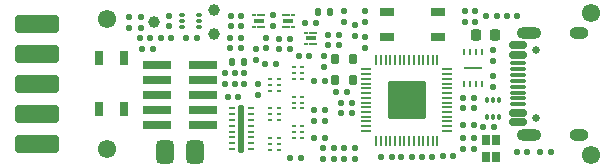
<source format=gbr>
G04 #@! TF.GenerationSoftware,KiCad,Pcbnew,7.0.7*
G04 #@! TF.CreationDate,2024-03-21T15:18:08+09:00*
G04 #@! TF.ProjectId,rs-probe,72732d70-726f-4626-952e-6b696361645f,rev?*
G04 #@! TF.SameCoordinates,Original*
G04 #@! TF.FileFunction,Soldermask,Top*
G04 #@! TF.FilePolarity,Negative*
%FSLAX46Y46*%
G04 Gerber Fmt 4.6, Leading zero omitted, Abs format (unit mm)*
G04 Created by KiCad (PCBNEW 7.0.7) date 2024-03-21 15:18:08*
%MOMM*%
%LPD*%
G01*
G04 APERTURE LIST*
G04 Aperture macros list*
%AMRoundRect*
0 Rectangle with rounded corners*
0 $1 Rounding radius*
0 $2 $3 $4 $5 $6 $7 $8 $9 X,Y pos of 4 corners*
0 Add a 4 corners polygon primitive as box body*
4,1,4,$2,$3,$4,$5,$6,$7,$8,$9,$2,$3,0*
0 Add four circle primitives for the rounded corners*
1,1,$1+$1,$2,$3*
1,1,$1+$1,$4,$5*
1,1,$1+$1,$6,$7*
1,1,$1+$1,$8,$9*
0 Add four rect primitives between the rounded corners*
20,1,$1+$1,$2,$3,$4,$5,0*
20,1,$1+$1,$4,$5,$6,$7,0*
20,1,$1+$1,$6,$7,$8,$9,0*
20,1,$1+$1,$8,$9,$2,$3,0*%
G04 Aperture macros list end*
%ADD10RoundRect,0.400000X-1.500000X-0.400000X1.500000X-0.400000X1.500000X0.400000X-1.500000X0.400000X0*%
%ADD11RoundRect,0.185000X-1.015000X-0.185000X1.015000X-0.185000X1.015000X0.185000X-1.015000X0.185000X0*%
%ADD12C,0.650000*%
%ADD13RoundRect,0.150000X0.575000X-0.150000X0.575000X0.150000X-0.575000X0.150000X-0.575000X-0.150000X0*%
%ADD14O,1.450000X0.300000*%
%ADD15O,2.100000X1.000000*%
%ADD16O,1.600000X1.000000*%
%ADD17RoundRect,0.125000X0.200000X0.000000X-0.200000X0.000000X-0.200000X0.000000X0.200000X0.000000X0*%
%ADD18RoundRect,0.125000X0.125000X1.925000X-0.125000X1.925000X-0.125000X-1.925000X0.125000X-1.925000X0*%
%ADD19RoundRect,0.137500X-0.137500X-0.137500X0.137500X-0.137500X0.137500X0.137500X-0.137500X0.137500X0*%
%ADD20RoundRect,0.137500X0.137500X-0.137500X0.137500X0.137500X-0.137500X0.137500X-0.137500X-0.137500X0*%
%ADD21RoundRect,0.050000X-0.050000X0.387500X-0.050000X-0.387500X0.050000X-0.387500X0.050000X0.387500X0*%
%ADD22RoundRect,0.050000X-0.387500X0.050000X-0.387500X-0.050000X0.387500X-0.050000X0.387500X0.050000X0*%
%ADD23RoundRect,0.144000X-1.456000X1.456000X-1.456000X-1.456000X1.456000X-1.456000X1.456000X1.456000X0*%
%ADD24RoundRect,0.137500X-0.137500X0.137500X-0.137500X-0.137500X0.137500X-0.137500X0.137500X0.137500X0*%
%ADD25R,0.360000X0.270000*%
%ADD26RoundRect,0.137500X0.137500X0.137500X-0.137500X0.137500X-0.137500X-0.137500X0.137500X-0.137500X0*%
%ADD27RoundRect,0.147500X0.147500X0.172500X-0.147500X0.172500X-0.147500X-0.172500X0.147500X-0.172500X0*%
%ADD28C,1.552000*%
%ADD29RoundRect,0.075000X-0.150000X-0.075000X0.150000X-0.075000X0.150000X0.075000X-0.150000X0.075000X0*%
%ADD30RoundRect,0.062500X0.087500X-0.062500X0.087500X0.062500X-0.087500X0.062500X-0.087500X-0.062500X0*%
%ADD31R,0.940000X0.300000*%
%ADD32R,0.650000X0.850000*%
%ADD33O,0.250000X0.600000*%
%ADD34R,1.600000X0.200000*%
%ADD35RoundRect,0.075000X0.075000X-0.150000X0.075000X0.150000X-0.075000X0.150000X-0.075000X-0.150000X0*%
%ADD36RoundRect,0.375000X-0.375000X-0.625000X0.375000X-0.625000X0.375000X0.625000X-0.375000X0.625000X0*%
%ADD37RoundRect,0.147500X-0.147500X-0.172500X0.147500X-0.172500X0.147500X0.172500X-0.147500X0.172500X0*%
%ADD38R,0.650000X1.250000*%
%ADD39RoundRect,0.218750X0.218750X0.256250X-0.218750X0.256250X-0.218750X-0.256250X0.218750X-0.256250X0*%
%ADD40RoundRect,0.175000X-0.175000X0.275000X-0.175000X-0.275000X0.175000X-0.275000X0.175000X0.275000X0*%
%ADD41R,1.250000X0.650000*%
%ADD42C,0.990600*%
G04 APERTURE END LIST*
D10*
X132100000Y-87920000D03*
X132100000Y-90460000D03*
X132100000Y-93000000D03*
X132100000Y-95540000D03*
X132100000Y-98080000D03*
D11*
X142250000Y-91460000D03*
X146150000Y-91460000D03*
X142250000Y-92730000D03*
X146150000Y-92730000D03*
X142250000Y-94000000D03*
X146150000Y-94000000D03*
X142250000Y-95270000D03*
X146150000Y-95270000D03*
X142250000Y-96540000D03*
X146150000Y-96540000D03*
D12*
X174300000Y-95890000D03*
X174300000Y-90110000D03*
D13*
X172855000Y-96250000D03*
X172855000Y-95450000D03*
D14*
X172855000Y-94250000D03*
X172855000Y-93250000D03*
X172855000Y-92750000D03*
X172855000Y-91750000D03*
D13*
X172855000Y-90550000D03*
X172855000Y-89750000D03*
X172855000Y-89750000D03*
X172855000Y-90550000D03*
D14*
X172855000Y-91250000D03*
X172855000Y-92250000D03*
X172855000Y-93750000D03*
X172855000Y-94750000D03*
D13*
X172855000Y-95450000D03*
X172855000Y-96250000D03*
D15*
X173770000Y-97320000D03*
D16*
X177950000Y-97320000D03*
D15*
X173770000Y-88680000D03*
D16*
X177950000Y-88680000D03*
D17*
X150225000Y-98550000D03*
X150225000Y-98050000D03*
X150225000Y-97550000D03*
X150225000Y-97050000D03*
X150225000Y-96550000D03*
X150225000Y-96050000D03*
X150225000Y-95550000D03*
X150225000Y-95050000D03*
X148575000Y-95050000D03*
X148575000Y-95550000D03*
X148575000Y-96050000D03*
X148575000Y-96550000D03*
X148575000Y-97050000D03*
X148575000Y-97550000D03*
X148575000Y-98050000D03*
X148575000Y-98550000D03*
D18*
X149400000Y-96800000D03*
D19*
X170150000Y-87250000D03*
X171050000Y-87250000D03*
X147975000Y-92100000D03*
X148875000Y-92100000D03*
D20*
X170700000Y-91050000D03*
X170700000Y-90150000D03*
D21*
X166000000Y-90962500D03*
X165600000Y-90962500D03*
X165200000Y-90962500D03*
X164800000Y-90962500D03*
X164400000Y-90962500D03*
X164000000Y-90962500D03*
X163600000Y-90962500D03*
X163200000Y-90962500D03*
X162800000Y-90962500D03*
X162400000Y-90962500D03*
X162000000Y-90962500D03*
X161600000Y-90962500D03*
X161200000Y-90962500D03*
X160800000Y-90962500D03*
D22*
X159962500Y-91800000D03*
X159962500Y-92200000D03*
X159962500Y-92600000D03*
X159962500Y-93000000D03*
X159962500Y-93400000D03*
X159962500Y-93800000D03*
X159962500Y-94200000D03*
X159962500Y-94600000D03*
X159962500Y-95000000D03*
X159962500Y-95400000D03*
X159962500Y-95800000D03*
X159962500Y-96200000D03*
X159962500Y-96600000D03*
X159962500Y-97000000D03*
D21*
X160800000Y-97837500D03*
X161200000Y-97837500D03*
X161600000Y-97837500D03*
X162000000Y-97837500D03*
X162400000Y-97837500D03*
X162800000Y-97837500D03*
X163200000Y-97837500D03*
X163600000Y-97837500D03*
X164000000Y-97837500D03*
X164400000Y-97837500D03*
X164800000Y-97837500D03*
X165200000Y-97837500D03*
X165600000Y-97837500D03*
X166000000Y-97837500D03*
D22*
X166837500Y-97000000D03*
X166837500Y-96600000D03*
X166837500Y-96200000D03*
X166837500Y-95800000D03*
X166837500Y-95400000D03*
X166837500Y-95000000D03*
X166837500Y-94600000D03*
X166837500Y-94200000D03*
X166837500Y-93800000D03*
X166837500Y-93400000D03*
X166837500Y-93000000D03*
X166837500Y-92600000D03*
X166837500Y-92200000D03*
X166837500Y-91800000D03*
D23*
X163400000Y-94400000D03*
D24*
X156400000Y-90650000D03*
X156400000Y-91550000D03*
D25*
X152545000Y-93600000D03*
X152545000Y-93100000D03*
X152545000Y-92600000D03*
X151855000Y-92600000D03*
X151855000Y-93100000D03*
X151855000Y-93600000D03*
D26*
X163850000Y-99200000D03*
X162950000Y-99200000D03*
D27*
X156885000Y-86900000D03*
X155915000Y-86900000D03*
D19*
X154250000Y-90650000D03*
X155150000Y-90650000D03*
D28*
X179000000Y-99000000D03*
D20*
X159900000Y-89950000D03*
X159900000Y-89050000D03*
D19*
X155550000Y-92800000D03*
X156450000Y-92800000D03*
D20*
X156300000Y-99350000D03*
X156300000Y-98450000D03*
D26*
X148875000Y-93000000D03*
X147975000Y-93000000D03*
D19*
X155550000Y-96200000D03*
X156450000Y-96200000D03*
D26*
X153500000Y-89200000D03*
X152600000Y-89200000D03*
X158350000Y-93700000D03*
X157450000Y-93700000D03*
D29*
X144400000Y-87200000D03*
X144400000Y-87700000D03*
X144400000Y-88200000D03*
X145800000Y-88200000D03*
X145800000Y-87700000D03*
X145800000Y-87200000D03*
D25*
X152545000Y-96100000D03*
X152545000Y-95600000D03*
X152545000Y-95100000D03*
X151855000Y-95100000D03*
X151855000Y-95600000D03*
X151855000Y-96100000D03*
D26*
X162150000Y-99200000D03*
X161250000Y-99200000D03*
D19*
X148450000Y-89100000D03*
X149350000Y-89100000D03*
D24*
X149400000Y-87250000D03*
X149400000Y-88150000D03*
D26*
X155675000Y-87825000D03*
X154775000Y-87825000D03*
D24*
X169200000Y-86850000D03*
X169200000Y-87750000D03*
X168300000Y-86850000D03*
X168300000Y-87750000D03*
D19*
X153550000Y-99300000D03*
X154450000Y-99300000D03*
X169850000Y-96700000D03*
X170750000Y-96700000D03*
D30*
X152965000Y-88175000D03*
X153365000Y-88175000D03*
X153765000Y-88175000D03*
X153765000Y-87225000D03*
X153365000Y-87225000D03*
X152965000Y-87225000D03*
D31*
X153365000Y-87700000D03*
D24*
X152100000Y-87200000D03*
X152100000Y-88100000D03*
D20*
X150600000Y-91000000D03*
X150600000Y-90100000D03*
D26*
X175600000Y-98750000D03*
X174700000Y-98750000D03*
D20*
X151450000Y-90000000D03*
X151450000Y-89100000D03*
D25*
X154545000Y-95100000D03*
X154545000Y-94600000D03*
X154545000Y-94100000D03*
X153855000Y-94100000D03*
X153855000Y-94600000D03*
X153855000Y-95100000D03*
D32*
X170925000Y-99225000D03*
X170075000Y-99225000D03*
X170075000Y-97775000D03*
X170925000Y-97775000D03*
D19*
X168150000Y-96500000D03*
X169050000Y-96500000D03*
X148450000Y-90000000D03*
X149350000Y-90000000D03*
D24*
X156750000Y-88850000D03*
X156750000Y-89750000D03*
D33*
X169750000Y-90350000D03*
X169250000Y-90350000D03*
X168750000Y-90350000D03*
X168250000Y-90350000D03*
X168250000Y-93050000D03*
X168750000Y-93050000D03*
X169250000Y-93050000D03*
X169750000Y-93050000D03*
D34*
X169000000Y-91700000D03*
D24*
X157650000Y-88850000D03*
X157650000Y-89750000D03*
X148500000Y-87250000D03*
X148500000Y-88150000D03*
D20*
X150800000Y-93950000D03*
X150800000Y-93050000D03*
D35*
X170200000Y-95800000D03*
X170700000Y-95800000D03*
X171200000Y-95800000D03*
X171200000Y-94400000D03*
X170700000Y-94400000D03*
X170200000Y-94400000D03*
D26*
X143450000Y-89100000D03*
X142550000Y-89100000D03*
D19*
X155550000Y-97600000D03*
X156450000Y-97600000D03*
D24*
X139900000Y-87350000D03*
X139900000Y-88250000D03*
D28*
X138000000Y-98500000D03*
D24*
X140900000Y-87350000D03*
X140900000Y-88250000D03*
D30*
X150450000Y-88175000D03*
X150850000Y-88175000D03*
X151250000Y-88175000D03*
X151250000Y-87225000D03*
X150850000Y-87225000D03*
X150450000Y-87225000D03*
D31*
X150850000Y-87700000D03*
D25*
X152545000Y-98600000D03*
X152545000Y-98100000D03*
X152545000Y-97600000D03*
X151855000Y-97600000D03*
X151855000Y-98100000D03*
X151855000Y-98600000D03*
D28*
X138000000Y-87500000D03*
D36*
X142960000Y-98800000D03*
D26*
X165550000Y-99200000D03*
X164650000Y-99200000D03*
X169050000Y-98500000D03*
X168150000Y-98500000D03*
D25*
X154545000Y-92600000D03*
X154545000Y-92100000D03*
X154545000Y-91600000D03*
X153855000Y-91600000D03*
X153855000Y-92100000D03*
X153855000Y-92600000D03*
D36*
X145500000Y-98800000D03*
D20*
X159000000Y-99350000D03*
X159000000Y-98450000D03*
D26*
X158750000Y-95500000D03*
X157850000Y-95500000D03*
D28*
X179000000Y-87000000D03*
D26*
X153500000Y-90050000D03*
X152600000Y-90050000D03*
D19*
X168150000Y-94200000D03*
X169050000Y-94200000D03*
D26*
X149150000Y-94100000D03*
X148250000Y-94100000D03*
D19*
X155550000Y-95200000D03*
X156450000Y-95200000D03*
X168150000Y-97600000D03*
X169050000Y-97600000D03*
D20*
X170700000Y-93250000D03*
X170700000Y-92350000D03*
D37*
X148615000Y-91150000D03*
X149585000Y-91150000D03*
D26*
X152300000Y-91350000D03*
X151400000Y-91350000D03*
D19*
X141000000Y-90050000D03*
X141900000Y-90050000D03*
D38*
X137325000Y-95175000D03*
X137325000Y-90825000D03*
X139475000Y-95175000D03*
X139475000Y-90825000D03*
D19*
X144750000Y-89100000D03*
X145650000Y-89100000D03*
D20*
X157200000Y-99350000D03*
X157200000Y-98450000D03*
D39*
X170837500Y-88850000D03*
X169262500Y-88850000D03*
D26*
X167350000Y-99100000D03*
X166450000Y-99100000D03*
D25*
X154545000Y-97600000D03*
X154545000Y-97100000D03*
X154545000Y-96600000D03*
X153855000Y-96600000D03*
X153855000Y-97100000D03*
X153855000Y-97600000D03*
D24*
X143300000Y-87250000D03*
X143300000Y-88150000D03*
D26*
X158750000Y-94600000D03*
X157850000Y-94600000D03*
D40*
X157350000Y-90900000D03*
X157350000Y-92700000D03*
X158850000Y-92675000D03*
X158850000Y-90925000D03*
D20*
X158100000Y-87775000D03*
X158100000Y-86875000D03*
D26*
X173600000Y-98750000D03*
X172700000Y-98750000D03*
D20*
X159900000Y-87775000D03*
X159900000Y-86875000D03*
D30*
X154850000Y-89650000D03*
X155250000Y-89650000D03*
X155650000Y-89650000D03*
X155650000Y-88700000D03*
X155250000Y-88700000D03*
X154850000Y-88700000D03*
D31*
X155250000Y-89175000D03*
D41*
X161725000Y-86925000D03*
X166075000Y-86925000D03*
X161725000Y-89075000D03*
X166075000Y-89075000D03*
D20*
X158100000Y-99350000D03*
X158100000Y-98450000D03*
D24*
X159000000Y-88075000D03*
X159000000Y-88975000D03*
X149650000Y-92100000D03*
X149650000Y-93000000D03*
D19*
X171850000Y-87250000D03*
X172750000Y-87250000D03*
X168150000Y-95100000D03*
X169050000Y-95100000D03*
D26*
X141700000Y-89100000D03*
X140800000Y-89100000D03*
D42*
X141960000Y-87800000D03*
X147040000Y-86784000D03*
X147040000Y-88816000D03*
M02*

</source>
